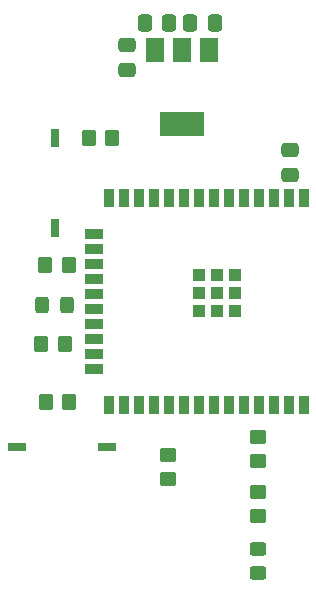
<source format=gbr>
%TF.GenerationSoftware,KiCad,Pcbnew,7.0.1*%
%TF.CreationDate,2023-04-20T18:11:54+02:00*%
%TF.ProjectId,PCB_Tetris,5043425f-5465-4747-9269-732e6b696361,rev?*%
%TF.SameCoordinates,Original*%
%TF.FileFunction,Paste,Top*%
%TF.FilePolarity,Positive*%
%FSLAX46Y46*%
G04 Gerber Fmt 4.6, Leading zero omitted, Abs format (unit mm)*
G04 Created by KiCad (PCBNEW 7.0.1) date 2023-04-20 18:11:54*
%MOMM*%
%LPD*%
G01*
G04 APERTURE LIST*
G04 Aperture macros list*
%AMRoundRect*
0 Rectangle with rounded corners*
0 $1 Rounding radius*
0 $2 $3 $4 $5 $6 $7 $8 $9 X,Y pos of 4 corners*
0 Add a 4 corners polygon primitive as box body*
4,1,4,$2,$3,$4,$5,$6,$7,$8,$9,$2,$3,0*
0 Add four circle primitives for the rounded corners*
1,1,$1+$1,$2,$3*
1,1,$1+$1,$4,$5*
1,1,$1+$1,$6,$7*
1,1,$1+$1,$8,$9*
0 Add four rect primitives between the rounded corners*
20,1,$1+$1,$2,$3,$4,$5,0*
20,1,$1+$1,$4,$5,$6,$7,0*
20,1,$1+$1,$6,$7,$8,$9,0*
20,1,$1+$1,$8,$9,$2,$3,0*%
G04 Aperture macros list end*
%ADD10RoundRect,0.250000X0.450000X-0.350000X0.450000X0.350000X-0.450000X0.350000X-0.450000X-0.350000X0*%
%ADD11RoundRect,0.250000X-0.350000X-0.450000X0.350000X-0.450000X0.350000X0.450000X-0.350000X0.450000X0*%
%ADD12RoundRect,0.250000X0.475000X-0.337500X0.475000X0.337500X-0.475000X0.337500X-0.475000X-0.337500X0*%
%ADD13RoundRect,0.250000X-0.325000X-0.450000X0.325000X-0.450000X0.325000X0.450000X-0.325000X0.450000X0*%
%ADD14RoundRect,0.250000X0.450000X-0.325000X0.450000X0.325000X-0.450000X0.325000X-0.450000X-0.325000X0*%
%ADD15RoundRect,0.250000X0.350000X0.450000X-0.350000X0.450000X-0.350000X-0.450000X0.350000X-0.450000X0*%
%ADD16RoundRect,0.250000X-0.337500X-0.475000X0.337500X-0.475000X0.337500X0.475000X-0.337500X0.475000X0*%
%ADD17R,1.500000X2.000000*%
%ADD18R,3.800000X2.000000*%
%ADD19R,0.760000X1.600000*%
%ADD20R,0.900000X1.500000*%
%ADD21R,1.500000X0.900000*%
%ADD22R,1.050000X1.050000*%
%ADD23R,1.600000X0.760000*%
%ADD24RoundRect,0.250000X-0.450000X0.350000X-0.450000X-0.350000X0.450000X-0.350000X0.450000X0.350000X0*%
G04 APERTURE END LIST*
D10*
%TO.C,R6*%
X85852000Y-104920800D03*
X85852000Y-102920800D03*
%TD*%
D11*
%TO.C,R2*%
X75454000Y-98399600D03*
X77454000Y-98399600D03*
%TD*%
D12*
%TO.C,C1*%
X96100000Y-79162500D03*
X96100000Y-77087500D03*
%TD*%
D13*
%TO.C,D1*%
X75175000Y-90220800D03*
X77225000Y-90220800D03*
%TD*%
D12*
%TO.C,C2*%
X82300000Y-70287500D03*
X82300000Y-68212500D03*
%TD*%
D11*
%TO.C,R3*%
X75098400Y-93522800D03*
X77098400Y-93522800D03*
%TD*%
D14*
%TO.C,D2*%
X93421200Y-112886600D03*
X93421200Y-110836600D03*
%TD*%
D10*
%TO.C,R5*%
X93472000Y-103362000D03*
X93472000Y-101362000D03*
%TD*%
D15*
%TO.C,R1*%
X81100000Y-76050000D03*
X79100000Y-76050000D03*
%TD*%
D11*
%TO.C,R7*%
X75403200Y-86817200D03*
X77403200Y-86817200D03*
%TD*%
D16*
%TO.C,C4*%
X87687500Y-66300000D03*
X89762500Y-66300000D03*
%TD*%
D17*
%TO.C,PLO1*%
X89300000Y-68600000D03*
X87000000Y-68600000D03*
D18*
X87000000Y-74900000D03*
D17*
X84700000Y-68600000D03*
%TD*%
D16*
%TO.C,C3*%
X83837500Y-66300000D03*
X85912500Y-66300000D03*
%TD*%
D19*
%TO.C,SW1*%
X76225000Y-76015000D03*
X76225000Y-83635000D03*
%TD*%
D20*
%TO.C,ESP32*%
X97305800Y-81133800D03*
X96035800Y-81133800D03*
X94765800Y-81133800D03*
X93495800Y-81133800D03*
X92225800Y-81133800D03*
X90955800Y-81133800D03*
X89685800Y-81133800D03*
X88415800Y-81133800D03*
X87145800Y-81133800D03*
X85875800Y-81133800D03*
X84605800Y-81133800D03*
X83335800Y-81133800D03*
X82065800Y-81133800D03*
X80795800Y-81133800D03*
D21*
X79545800Y-84173800D03*
X79545800Y-85443800D03*
X79545800Y-86713800D03*
X79545800Y-87983800D03*
X79545800Y-89253800D03*
X79545800Y-90523800D03*
X79545800Y-91793800D03*
X79545800Y-93063800D03*
X79545800Y-94333800D03*
X79545800Y-95603800D03*
D20*
X80795800Y-98633800D03*
X82065800Y-98633800D03*
X83335800Y-98633800D03*
X84605800Y-98633800D03*
X85875800Y-98633800D03*
X87145800Y-98633800D03*
X88415800Y-98633800D03*
X89685800Y-98633800D03*
X90955800Y-98633800D03*
X92225800Y-98633800D03*
X93495800Y-98633800D03*
X94765800Y-98633800D03*
X96035800Y-98633800D03*
X97305800Y-98633800D03*
D22*
X91490800Y-87678800D03*
X89965800Y-87678800D03*
X88440800Y-87678800D03*
X91490800Y-89203800D03*
X89965800Y-89203800D03*
X88440800Y-89203800D03*
X91490800Y-90728800D03*
X89965800Y-90728800D03*
X88440800Y-90728800D03*
%TD*%
D23*
%TO.C,SW2*%
X80645000Y-102235000D03*
X73025000Y-102235000D03*
%TD*%
D24*
%TO.C,R4*%
X93472000Y-106035600D03*
X93472000Y-108035600D03*
%TD*%
M02*

</source>
